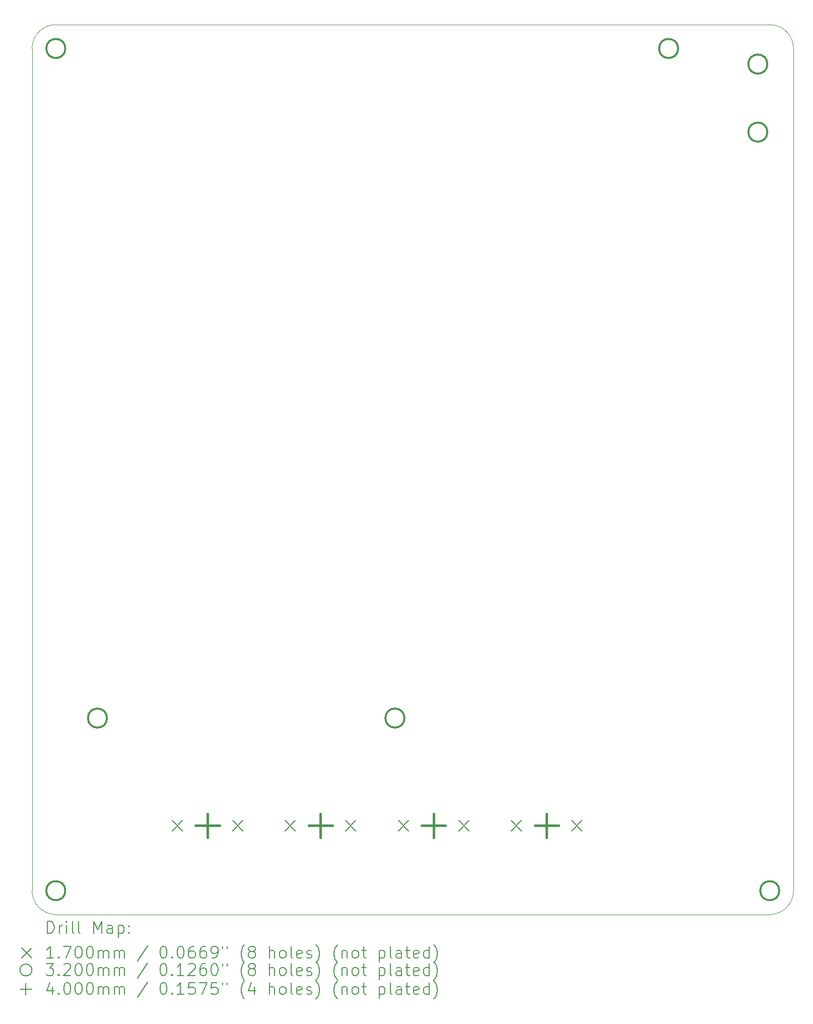
<source format=gbr>
%TF.GenerationSoftware,KiCad,Pcbnew,8.0.1-8.0.1-0~ubuntu20.04.1*%
%TF.CreationDate,2024-06-12T16:02:42+01:00*%
%TF.ProjectId,sensd,73656e73-642e-46b6-9963-61645f706362,rev?*%
%TF.SameCoordinates,Original*%
%TF.FileFunction,Drillmap*%
%TF.FilePolarity,Positive*%
%FSLAX45Y45*%
G04 Gerber Fmt 4.5, Leading zero omitted, Abs format (unit mm)*
G04 Created by KiCad (PCBNEW 8.0.1-8.0.1-0~ubuntu20.04.1) date 2024-06-12 16:02:42*
%MOMM*%
%LPD*%
G01*
G04 APERTURE LIST*
%ADD10C,0.050000*%
%ADD11C,0.200000*%
%ADD12C,0.170000*%
%ADD13C,0.320000*%
%ADD14C,0.400000*%
G04 APERTURE END LIST*
D10*
X15300000Y-4400000D02*
G75*
G02*
X15700000Y-4800000I0J-400000D01*
G01*
X15700000Y-18950000D02*
G75*
G02*
X15300000Y-19350000I-400000J0D01*
G01*
X2900000Y-4800000D02*
X2900000Y-18950000D01*
X15700000Y-18950000D02*
X15700000Y-4800000D01*
X3300000Y-19350000D02*
X15300000Y-19350000D01*
X3300000Y-19350000D02*
G75*
G02*
X2900000Y-18950000I0J400000D01*
G01*
X2900000Y-4800000D02*
G75*
G02*
X3300000Y-4400000I400000J0D01*
G01*
X15300000Y-4400000D02*
X3300000Y-4400000D01*
D11*
D12*
X5257000Y-17773000D02*
X5427000Y-17943000D01*
X5427000Y-17773000D02*
X5257000Y-17943000D01*
X6273000Y-17773000D02*
X6443000Y-17943000D01*
X6443000Y-17773000D02*
X6273000Y-17943000D01*
X7157000Y-17773000D02*
X7327000Y-17943000D01*
X7327000Y-17773000D02*
X7157000Y-17943000D01*
X8173000Y-17773000D02*
X8343000Y-17943000D01*
X8343000Y-17773000D02*
X8173000Y-17943000D01*
X9057000Y-17773000D02*
X9227000Y-17943000D01*
X9227000Y-17773000D02*
X9057000Y-17943000D01*
X10073000Y-17773000D02*
X10243000Y-17943000D01*
X10243000Y-17773000D02*
X10073000Y-17943000D01*
X10957000Y-17773000D02*
X11127000Y-17943000D01*
X11127000Y-17773000D02*
X10957000Y-17943000D01*
X11973000Y-17773000D02*
X12143000Y-17943000D01*
X12143000Y-17773000D02*
X11973000Y-17943000D01*
D13*
X3460000Y-4800000D02*
G75*
G02*
X3140000Y-4800000I-160000J0D01*
G01*
X3140000Y-4800000D02*
G75*
G02*
X3460000Y-4800000I160000J0D01*
G01*
X3460000Y-18950000D02*
G75*
G02*
X3140000Y-18950000I-160000J0D01*
G01*
X3140000Y-18950000D02*
G75*
G02*
X3460000Y-18950000I160000J0D01*
G01*
X4160000Y-16050000D02*
G75*
G02*
X3840000Y-16050000I-160000J0D01*
G01*
X3840000Y-16050000D02*
G75*
G02*
X4160000Y-16050000I160000J0D01*
G01*
X9160000Y-16050000D02*
G75*
G02*
X8840000Y-16050000I-160000J0D01*
G01*
X8840000Y-16050000D02*
G75*
G02*
X9160000Y-16050000I160000J0D01*
G01*
X13760000Y-4800000D02*
G75*
G02*
X13440000Y-4800000I-160000J0D01*
G01*
X13440000Y-4800000D02*
G75*
G02*
X13760000Y-4800000I160000J0D01*
G01*
X15260000Y-5062250D02*
G75*
G02*
X14940000Y-5062250I-160000J0D01*
G01*
X14940000Y-5062250D02*
G75*
G02*
X15260000Y-5062250I160000J0D01*
G01*
X15260000Y-6205250D02*
G75*
G02*
X14940000Y-6205250I-160000J0D01*
G01*
X14940000Y-6205250D02*
G75*
G02*
X15260000Y-6205250I160000J0D01*
G01*
X15460000Y-18950000D02*
G75*
G02*
X15140000Y-18950000I-160000J0D01*
G01*
X15140000Y-18950000D02*
G75*
G02*
X15460000Y-18950000I160000J0D01*
G01*
D14*
X5850000Y-17658000D02*
X5850000Y-18058000D01*
X5650000Y-17858000D02*
X6050000Y-17858000D01*
X7750000Y-17658000D02*
X7750000Y-18058000D01*
X7550000Y-17858000D02*
X7950000Y-17858000D01*
X9650000Y-17658000D02*
X9650000Y-18058000D01*
X9450000Y-17858000D02*
X9850000Y-17858000D01*
X11550000Y-17658000D02*
X11550000Y-18058000D01*
X11350000Y-17858000D02*
X11750000Y-17858000D01*
D11*
X3158277Y-19663984D02*
X3158277Y-19463984D01*
X3158277Y-19463984D02*
X3205896Y-19463984D01*
X3205896Y-19463984D02*
X3234467Y-19473508D01*
X3234467Y-19473508D02*
X3253515Y-19492555D01*
X3253515Y-19492555D02*
X3263039Y-19511603D01*
X3263039Y-19511603D02*
X3272562Y-19549698D01*
X3272562Y-19549698D02*
X3272562Y-19578270D01*
X3272562Y-19578270D02*
X3263039Y-19616365D01*
X3263039Y-19616365D02*
X3253515Y-19635412D01*
X3253515Y-19635412D02*
X3234467Y-19654460D01*
X3234467Y-19654460D02*
X3205896Y-19663984D01*
X3205896Y-19663984D02*
X3158277Y-19663984D01*
X3358277Y-19663984D02*
X3358277Y-19530650D01*
X3358277Y-19568746D02*
X3367801Y-19549698D01*
X3367801Y-19549698D02*
X3377324Y-19540174D01*
X3377324Y-19540174D02*
X3396372Y-19530650D01*
X3396372Y-19530650D02*
X3415420Y-19530650D01*
X3482086Y-19663984D02*
X3482086Y-19530650D01*
X3482086Y-19463984D02*
X3472562Y-19473508D01*
X3472562Y-19473508D02*
X3482086Y-19483031D01*
X3482086Y-19483031D02*
X3491610Y-19473508D01*
X3491610Y-19473508D02*
X3482086Y-19463984D01*
X3482086Y-19463984D02*
X3482086Y-19483031D01*
X3605896Y-19663984D02*
X3586848Y-19654460D01*
X3586848Y-19654460D02*
X3577324Y-19635412D01*
X3577324Y-19635412D02*
X3577324Y-19463984D01*
X3710658Y-19663984D02*
X3691610Y-19654460D01*
X3691610Y-19654460D02*
X3682086Y-19635412D01*
X3682086Y-19635412D02*
X3682086Y-19463984D01*
X3939229Y-19663984D02*
X3939229Y-19463984D01*
X3939229Y-19463984D02*
X4005896Y-19606841D01*
X4005896Y-19606841D02*
X4072562Y-19463984D01*
X4072562Y-19463984D02*
X4072562Y-19663984D01*
X4253515Y-19663984D02*
X4253515Y-19559222D01*
X4253515Y-19559222D02*
X4243991Y-19540174D01*
X4243991Y-19540174D02*
X4224944Y-19530650D01*
X4224944Y-19530650D02*
X4186848Y-19530650D01*
X4186848Y-19530650D02*
X4167801Y-19540174D01*
X4253515Y-19654460D02*
X4234467Y-19663984D01*
X4234467Y-19663984D02*
X4186848Y-19663984D01*
X4186848Y-19663984D02*
X4167801Y-19654460D01*
X4167801Y-19654460D02*
X4158277Y-19635412D01*
X4158277Y-19635412D02*
X4158277Y-19616365D01*
X4158277Y-19616365D02*
X4167801Y-19597317D01*
X4167801Y-19597317D02*
X4186848Y-19587793D01*
X4186848Y-19587793D02*
X4234467Y-19587793D01*
X4234467Y-19587793D02*
X4253515Y-19578270D01*
X4348753Y-19530650D02*
X4348753Y-19730650D01*
X4348753Y-19540174D02*
X4367801Y-19530650D01*
X4367801Y-19530650D02*
X4405896Y-19530650D01*
X4405896Y-19530650D02*
X4424944Y-19540174D01*
X4424944Y-19540174D02*
X4434467Y-19549698D01*
X4434467Y-19549698D02*
X4443991Y-19568746D01*
X4443991Y-19568746D02*
X4443991Y-19625889D01*
X4443991Y-19625889D02*
X4434467Y-19644936D01*
X4434467Y-19644936D02*
X4424944Y-19654460D01*
X4424944Y-19654460D02*
X4405896Y-19663984D01*
X4405896Y-19663984D02*
X4367801Y-19663984D01*
X4367801Y-19663984D02*
X4348753Y-19654460D01*
X4529705Y-19644936D02*
X4539229Y-19654460D01*
X4539229Y-19654460D02*
X4529705Y-19663984D01*
X4529705Y-19663984D02*
X4520182Y-19654460D01*
X4520182Y-19654460D02*
X4529705Y-19644936D01*
X4529705Y-19644936D02*
X4529705Y-19663984D01*
X4529705Y-19540174D02*
X4539229Y-19549698D01*
X4539229Y-19549698D02*
X4529705Y-19559222D01*
X4529705Y-19559222D02*
X4520182Y-19549698D01*
X4520182Y-19549698D02*
X4529705Y-19540174D01*
X4529705Y-19540174D02*
X4529705Y-19559222D01*
D12*
X2727500Y-19907500D02*
X2897500Y-20077500D01*
X2897500Y-19907500D02*
X2727500Y-20077500D01*
D11*
X3263039Y-20083984D02*
X3148753Y-20083984D01*
X3205896Y-20083984D02*
X3205896Y-19883984D01*
X3205896Y-19883984D02*
X3186848Y-19912555D01*
X3186848Y-19912555D02*
X3167801Y-19931603D01*
X3167801Y-19931603D02*
X3148753Y-19941127D01*
X3348753Y-20064936D02*
X3358277Y-20074460D01*
X3358277Y-20074460D02*
X3348753Y-20083984D01*
X3348753Y-20083984D02*
X3339229Y-20074460D01*
X3339229Y-20074460D02*
X3348753Y-20064936D01*
X3348753Y-20064936D02*
X3348753Y-20083984D01*
X3424943Y-19883984D02*
X3558277Y-19883984D01*
X3558277Y-19883984D02*
X3472562Y-20083984D01*
X3672562Y-19883984D02*
X3691610Y-19883984D01*
X3691610Y-19883984D02*
X3710658Y-19893508D01*
X3710658Y-19893508D02*
X3720182Y-19903031D01*
X3720182Y-19903031D02*
X3729705Y-19922079D01*
X3729705Y-19922079D02*
X3739229Y-19960174D01*
X3739229Y-19960174D02*
X3739229Y-20007793D01*
X3739229Y-20007793D02*
X3729705Y-20045889D01*
X3729705Y-20045889D02*
X3720182Y-20064936D01*
X3720182Y-20064936D02*
X3710658Y-20074460D01*
X3710658Y-20074460D02*
X3691610Y-20083984D01*
X3691610Y-20083984D02*
X3672562Y-20083984D01*
X3672562Y-20083984D02*
X3653515Y-20074460D01*
X3653515Y-20074460D02*
X3643991Y-20064936D01*
X3643991Y-20064936D02*
X3634467Y-20045889D01*
X3634467Y-20045889D02*
X3624943Y-20007793D01*
X3624943Y-20007793D02*
X3624943Y-19960174D01*
X3624943Y-19960174D02*
X3634467Y-19922079D01*
X3634467Y-19922079D02*
X3643991Y-19903031D01*
X3643991Y-19903031D02*
X3653515Y-19893508D01*
X3653515Y-19893508D02*
X3672562Y-19883984D01*
X3863039Y-19883984D02*
X3882086Y-19883984D01*
X3882086Y-19883984D02*
X3901134Y-19893508D01*
X3901134Y-19893508D02*
X3910658Y-19903031D01*
X3910658Y-19903031D02*
X3920182Y-19922079D01*
X3920182Y-19922079D02*
X3929705Y-19960174D01*
X3929705Y-19960174D02*
X3929705Y-20007793D01*
X3929705Y-20007793D02*
X3920182Y-20045889D01*
X3920182Y-20045889D02*
X3910658Y-20064936D01*
X3910658Y-20064936D02*
X3901134Y-20074460D01*
X3901134Y-20074460D02*
X3882086Y-20083984D01*
X3882086Y-20083984D02*
X3863039Y-20083984D01*
X3863039Y-20083984D02*
X3843991Y-20074460D01*
X3843991Y-20074460D02*
X3834467Y-20064936D01*
X3834467Y-20064936D02*
X3824943Y-20045889D01*
X3824943Y-20045889D02*
X3815420Y-20007793D01*
X3815420Y-20007793D02*
X3815420Y-19960174D01*
X3815420Y-19960174D02*
X3824943Y-19922079D01*
X3824943Y-19922079D02*
X3834467Y-19903031D01*
X3834467Y-19903031D02*
X3843991Y-19893508D01*
X3843991Y-19893508D02*
X3863039Y-19883984D01*
X4015420Y-20083984D02*
X4015420Y-19950650D01*
X4015420Y-19969698D02*
X4024943Y-19960174D01*
X4024943Y-19960174D02*
X4043991Y-19950650D01*
X4043991Y-19950650D02*
X4072563Y-19950650D01*
X4072563Y-19950650D02*
X4091610Y-19960174D01*
X4091610Y-19960174D02*
X4101134Y-19979222D01*
X4101134Y-19979222D02*
X4101134Y-20083984D01*
X4101134Y-19979222D02*
X4110658Y-19960174D01*
X4110658Y-19960174D02*
X4129705Y-19950650D01*
X4129705Y-19950650D02*
X4158277Y-19950650D01*
X4158277Y-19950650D02*
X4177324Y-19960174D01*
X4177324Y-19960174D02*
X4186848Y-19979222D01*
X4186848Y-19979222D02*
X4186848Y-20083984D01*
X4282086Y-20083984D02*
X4282086Y-19950650D01*
X4282086Y-19969698D02*
X4291610Y-19960174D01*
X4291610Y-19960174D02*
X4310658Y-19950650D01*
X4310658Y-19950650D02*
X4339229Y-19950650D01*
X4339229Y-19950650D02*
X4358277Y-19960174D01*
X4358277Y-19960174D02*
X4367801Y-19979222D01*
X4367801Y-19979222D02*
X4367801Y-20083984D01*
X4367801Y-19979222D02*
X4377325Y-19960174D01*
X4377325Y-19960174D02*
X4396372Y-19950650D01*
X4396372Y-19950650D02*
X4424944Y-19950650D01*
X4424944Y-19950650D02*
X4443991Y-19960174D01*
X4443991Y-19960174D02*
X4453515Y-19979222D01*
X4453515Y-19979222D02*
X4453515Y-20083984D01*
X4843991Y-19874460D02*
X4672563Y-20131603D01*
X5101134Y-19883984D02*
X5120182Y-19883984D01*
X5120182Y-19883984D02*
X5139229Y-19893508D01*
X5139229Y-19893508D02*
X5148753Y-19903031D01*
X5148753Y-19903031D02*
X5158277Y-19922079D01*
X5158277Y-19922079D02*
X5167801Y-19960174D01*
X5167801Y-19960174D02*
X5167801Y-20007793D01*
X5167801Y-20007793D02*
X5158277Y-20045889D01*
X5158277Y-20045889D02*
X5148753Y-20064936D01*
X5148753Y-20064936D02*
X5139229Y-20074460D01*
X5139229Y-20074460D02*
X5120182Y-20083984D01*
X5120182Y-20083984D02*
X5101134Y-20083984D01*
X5101134Y-20083984D02*
X5082087Y-20074460D01*
X5082087Y-20074460D02*
X5072563Y-20064936D01*
X5072563Y-20064936D02*
X5063039Y-20045889D01*
X5063039Y-20045889D02*
X5053515Y-20007793D01*
X5053515Y-20007793D02*
X5053515Y-19960174D01*
X5053515Y-19960174D02*
X5063039Y-19922079D01*
X5063039Y-19922079D02*
X5072563Y-19903031D01*
X5072563Y-19903031D02*
X5082087Y-19893508D01*
X5082087Y-19893508D02*
X5101134Y-19883984D01*
X5253515Y-20064936D02*
X5263039Y-20074460D01*
X5263039Y-20074460D02*
X5253515Y-20083984D01*
X5253515Y-20083984D02*
X5243991Y-20074460D01*
X5243991Y-20074460D02*
X5253515Y-20064936D01*
X5253515Y-20064936D02*
X5253515Y-20083984D01*
X5386848Y-19883984D02*
X5405896Y-19883984D01*
X5405896Y-19883984D02*
X5424944Y-19893508D01*
X5424944Y-19893508D02*
X5434468Y-19903031D01*
X5434468Y-19903031D02*
X5443991Y-19922079D01*
X5443991Y-19922079D02*
X5453515Y-19960174D01*
X5453515Y-19960174D02*
X5453515Y-20007793D01*
X5453515Y-20007793D02*
X5443991Y-20045889D01*
X5443991Y-20045889D02*
X5434468Y-20064936D01*
X5434468Y-20064936D02*
X5424944Y-20074460D01*
X5424944Y-20074460D02*
X5405896Y-20083984D01*
X5405896Y-20083984D02*
X5386848Y-20083984D01*
X5386848Y-20083984D02*
X5367801Y-20074460D01*
X5367801Y-20074460D02*
X5358277Y-20064936D01*
X5358277Y-20064936D02*
X5348753Y-20045889D01*
X5348753Y-20045889D02*
X5339229Y-20007793D01*
X5339229Y-20007793D02*
X5339229Y-19960174D01*
X5339229Y-19960174D02*
X5348753Y-19922079D01*
X5348753Y-19922079D02*
X5358277Y-19903031D01*
X5358277Y-19903031D02*
X5367801Y-19893508D01*
X5367801Y-19893508D02*
X5386848Y-19883984D01*
X5624944Y-19883984D02*
X5586848Y-19883984D01*
X5586848Y-19883984D02*
X5567801Y-19893508D01*
X5567801Y-19893508D02*
X5558277Y-19903031D01*
X5558277Y-19903031D02*
X5539229Y-19931603D01*
X5539229Y-19931603D02*
X5529706Y-19969698D01*
X5529706Y-19969698D02*
X5529706Y-20045889D01*
X5529706Y-20045889D02*
X5539229Y-20064936D01*
X5539229Y-20064936D02*
X5548753Y-20074460D01*
X5548753Y-20074460D02*
X5567801Y-20083984D01*
X5567801Y-20083984D02*
X5605896Y-20083984D01*
X5605896Y-20083984D02*
X5624944Y-20074460D01*
X5624944Y-20074460D02*
X5634467Y-20064936D01*
X5634467Y-20064936D02*
X5643991Y-20045889D01*
X5643991Y-20045889D02*
X5643991Y-19998270D01*
X5643991Y-19998270D02*
X5634467Y-19979222D01*
X5634467Y-19979222D02*
X5624944Y-19969698D01*
X5624944Y-19969698D02*
X5605896Y-19960174D01*
X5605896Y-19960174D02*
X5567801Y-19960174D01*
X5567801Y-19960174D02*
X5548753Y-19969698D01*
X5548753Y-19969698D02*
X5539229Y-19979222D01*
X5539229Y-19979222D02*
X5529706Y-19998270D01*
X5815420Y-19883984D02*
X5777325Y-19883984D01*
X5777325Y-19883984D02*
X5758277Y-19893508D01*
X5758277Y-19893508D02*
X5748753Y-19903031D01*
X5748753Y-19903031D02*
X5729706Y-19931603D01*
X5729706Y-19931603D02*
X5720182Y-19969698D01*
X5720182Y-19969698D02*
X5720182Y-20045889D01*
X5720182Y-20045889D02*
X5729706Y-20064936D01*
X5729706Y-20064936D02*
X5739229Y-20074460D01*
X5739229Y-20074460D02*
X5758277Y-20083984D01*
X5758277Y-20083984D02*
X5796372Y-20083984D01*
X5796372Y-20083984D02*
X5815420Y-20074460D01*
X5815420Y-20074460D02*
X5824944Y-20064936D01*
X5824944Y-20064936D02*
X5834467Y-20045889D01*
X5834467Y-20045889D02*
X5834467Y-19998270D01*
X5834467Y-19998270D02*
X5824944Y-19979222D01*
X5824944Y-19979222D02*
X5815420Y-19969698D01*
X5815420Y-19969698D02*
X5796372Y-19960174D01*
X5796372Y-19960174D02*
X5758277Y-19960174D01*
X5758277Y-19960174D02*
X5739229Y-19969698D01*
X5739229Y-19969698D02*
X5729706Y-19979222D01*
X5729706Y-19979222D02*
X5720182Y-19998270D01*
X5929706Y-20083984D02*
X5967801Y-20083984D01*
X5967801Y-20083984D02*
X5986848Y-20074460D01*
X5986848Y-20074460D02*
X5996372Y-20064936D01*
X5996372Y-20064936D02*
X6015420Y-20036365D01*
X6015420Y-20036365D02*
X6024944Y-19998270D01*
X6024944Y-19998270D02*
X6024944Y-19922079D01*
X6024944Y-19922079D02*
X6015420Y-19903031D01*
X6015420Y-19903031D02*
X6005896Y-19893508D01*
X6005896Y-19893508D02*
X5986848Y-19883984D01*
X5986848Y-19883984D02*
X5948753Y-19883984D01*
X5948753Y-19883984D02*
X5929706Y-19893508D01*
X5929706Y-19893508D02*
X5920182Y-19903031D01*
X5920182Y-19903031D02*
X5910658Y-19922079D01*
X5910658Y-19922079D02*
X5910658Y-19969698D01*
X5910658Y-19969698D02*
X5920182Y-19988746D01*
X5920182Y-19988746D02*
X5929706Y-19998270D01*
X5929706Y-19998270D02*
X5948753Y-20007793D01*
X5948753Y-20007793D02*
X5986848Y-20007793D01*
X5986848Y-20007793D02*
X6005896Y-19998270D01*
X6005896Y-19998270D02*
X6015420Y-19988746D01*
X6015420Y-19988746D02*
X6024944Y-19969698D01*
X6101134Y-19883984D02*
X6101134Y-19922079D01*
X6177325Y-19883984D02*
X6177325Y-19922079D01*
X6472563Y-20160174D02*
X6463039Y-20150650D01*
X6463039Y-20150650D02*
X6443991Y-20122079D01*
X6443991Y-20122079D02*
X6434468Y-20103031D01*
X6434468Y-20103031D02*
X6424944Y-20074460D01*
X6424944Y-20074460D02*
X6415420Y-20026841D01*
X6415420Y-20026841D02*
X6415420Y-19988746D01*
X6415420Y-19988746D02*
X6424944Y-19941127D01*
X6424944Y-19941127D02*
X6434468Y-19912555D01*
X6434468Y-19912555D02*
X6443991Y-19893508D01*
X6443991Y-19893508D02*
X6463039Y-19864936D01*
X6463039Y-19864936D02*
X6472563Y-19855412D01*
X6577325Y-19969698D02*
X6558277Y-19960174D01*
X6558277Y-19960174D02*
X6548753Y-19950650D01*
X6548753Y-19950650D02*
X6539229Y-19931603D01*
X6539229Y-19931603D02*
X6539229Y-19922079D01*
X6539229Y-19922079D02*
X6548753Y-19903031D01*
X6548753Y-19903031D02*
X6558277Y-19893508D01*
X6558277Y-19893508D02*
X6577325Y-19883984D01*
X6577325Y-19883984D02*
X6615420Y-19883984D01*
X6615420Y-19883984D02*
X6634468Y-19893508D01*
X6634468Y-19893508D02*
X6643991Y-19903031D01*
X6643991Y-19903031D02*
X6653515Y-19922079D01*
X6653515Y-19922079D02*
X6653515Y-19931603D01*
X6653515Y-19931603D02*
X6643991Y-19950650D01*
X6643991Y-19950650D02*
X6634468Y-19960174D01*
X6634468Y-19960174D02*
X6615420Y-19969698D01*
X6615420Y-19969698D02*
X6577325Y-19969698D01*
X6577325Y-19969698D02*
X6558277Y-19979222D01*
X6558277Y-19979222D02*
X6548753Y-19988746D01*
X6548753Y-19988746D02*
X6539229Y-20007793D01*
X6539229Y-20007793D02*
X6539229Y-20045889D01*
X6539229Y-20045889D02*
X6548753Y-20064936D01*
X6548753Y-20064936D02*
X6558277Y-20074460D01*
X6558277Y-20074460D02*
X6577325Y-20083984D01*
X6577325Y-20083984D02*
X6615420Y-20083984D01*
X6615420Y-20083984D02*
X6634468Y-20074460D01*
X6634468Y-20074460D02*
X6643991Y-20064936D01*
X6643991Y-20064936D02*
X6653515Y-20045889D01*
X6653515Y-20045889D02*
X6653515Y-20007793D01*
X6653515Y-20007793D02*
X6643991Y-19988746D01*
X6643991Y-19988746D02*
X6634468Y-19979222D01*
X6634468Y-19979222D02*
X6615420Y-19969698D01*
X6891610Y-20083984D02*
X6891610Y-19883984D01*
X6977325Y-20083984D02*
X6977325Y-19979222D01*
X6977325Y-19979222D02*
X6967801Y-19960174D01*
X6967801Y-19960174D02*
X6948753Y-19950650D01*
X6948753Y-19950650D02*
X6920182Y-19950650D01*
X6920182Y-19950650D02*
X6901134Y-19960174D01*
X6901134Y-19960174D02*
X6891610Y-19969698D01*
X7101134Y-20083984D02*
X7082087Y-20074460D01*
X7082087Y-20074460D02*
X7072563Y-20064936D01*
X7072563Y-20064936D02*
X7063039Y-20045889D01*
X7063039Y-20045889D02*
X7063039Y-19988746D01*
X7063039Y-19988746D02*
X7072563Y-19969698D01*
X7072563Y-19969698D02*
X7082087Y-19960174D01*
X7082087Y-19960174D02*
X7101134Y-19950650D01*
X7101134Y-19950650D02*
X7129706Y-19950650D01*
X7129706Y-19950650D02*
X7148753Y-19960174D01*
X7148753Y-19960174D02*
X7158277Y-19969698D01*
X7158277Y-19969698D02*
X7167801Y-19988746D01*
X7167801Y-19988746D02*
X7167801Y-20045889D01*
X7167801Y-20045889D02*
X7158277Y-20064936D01*
X7158277Y-20064936D02*
X7148753Y-20074460D01*
X7148753Y-20074460D02*
X7129706Y-20083984D01*
X7129706Y-20083984D02*
X7101134Y-20083984D01*
X7282087Y-20083984D02*
X7263039Y-20074460D01*
X7263039Y-20074460D02*
X7253515Y-20055412D01*
X7253515Y-20055412D02*
X7253515Y-19883984D01*
X7434468Y-20074460D02*
X7415420Y-20083984D01*
X7415420Y-20083984D02*
X7377325Y-20083984D01*
X7377325Y-20083984D02*
X7358277Y-20074460D01*
X7358277Y-20074460D02*
X7348753Y-20055412D01*
X7348753Y-20055412D02*
X7348753Y-19979222D01*
X7348753Y-19979222D02*
X7358277Y-19960174D01*
X7358277Y-19960174D02*
X7377325Y-19950650D01*
X7377325Y-19950650D02*
X7415420Y-19950650D01*
X7415420Y-19950650D02*
X7434468Y-19960174D01*
X7434468Y-19960174D02*
X7443991Y-19979222D01*
X7443991Y-19979222D02*
X7443991Y-19998270D01*
X7443991Y-19998270D02*
X7348753Y-20017317D01*
X7520182Y-20074460D02*
X7539230Y-20083984D01*
X7539230Y-20083984D02*
X7577325Y-20083984D01*
X7577325Y-20083984D02*
X7596372Y-20074460D01*
X7596372Y-20074460D02*
X7605896Y-20055412D01*
X7605896Y-20055412D02*
X7605896Y-20045889D01*
X7605896Y-20045889D02*
X7596372Y-20026841D01*
X7596372Y-20026841D02*
X7577325Y-20017317D01*
X7577325Y-20017317D02*
X7548753Y-20017317D01*
X7548753Y-20017317D02*
X7529706Y-20007793D01*
X7529706Y-20007793D02*
X7520182Y-19988746D01*
X7520182Y-19988746D02*
X7520182Y-19979222D01*
X7520182Y-19979222D02*
X7529706Y-19960174D01*
X7529706Y-19960174D02*
X7548753Y-19950650D01*
X7548753Y-19950650D02*
X7577325Y-19950650D01*
X7577325Y-19950650D02*
X7596372Y-19960174D01*
X7672563Y-20160174D02*
X7682087Y-20150650D01*
X7682087Y-20150650D02*
X7701134Y-20122079D01*
X7701134Y-20122079D02*
X7710658Y-20103031D01*
X7710658Y-20103031D02*
X7720182Y-20074460D01*
X7720182Y-20074460D02*
X7729706Y-20026841D01*
X7729706Y-20026841D02*
X7729706Y-19988746D01*
X7729706Y-19988746D02*
X7720182Y-19941127D01*
X7720182Y-19941127D02*
X7710658Y-19912555D01*
X7710658Y-19912555D02*
X7701134Y-19893508D01*
X7701134Y-19893508D02*
X7682087Y-19864936D01*
X7682087Y-19864936D02*
X7672563Y-19855412D01*
X8034468Y-20160174D02*
X8024944Y-20150650D01*
X8024944Y-20150650D02*
X8005896Y-20122079D01*
X8005896Y-20122079D02*
X7996372Y-20103031D01*
X7996372Y-20103031D02*
X7986849Y-20074460D01*
X7986849Y-20074460D02*
X7977325Y-20026841D01*
X7977325Y-20026841D02*
X7977325Y-19988746D01*
X7977325Y-19988746D02*
X7986849Y-19941127D01*
X7986849Y-19941127D02*
X7996372Y-19912555D01*
X7996372Y-19912555D02*
X8005896Y-19893508D01*
X8005896Y-19893508D02*
X8024944Y-19864936D01*
X8024944Y-19864936D02*
X8034468Y-19855412D01*
X8110658Y-19950650D02*
X8110658Y-20083984D01*
X8110658Y-19969698D02*
X8120182Y-19960174D01*
X8120182Y-19960174D02*
X8139230Y-19950650D01*
X8139230Y-19950650D02*
X8167801Y-19950650D01*
X8167801Y-19950650D02*
X8186849Y-19960174D01*
X8186849Y-19960174D02*
X8196372Y-19979222D01*
X8196372Y-19979222D02*
X8196372Y-20083984D01*
X8320182Y-20083984D02*
X8301134Y-20074460D01*
X8301134Y-20074460D02*
X8291611Y-20064936D01*
X8291611Y-20064936D02*
X8282087Y-20045889D01*
X8282087Y-20045889D02*
X8282087Y-19988746D01*
X8282087Y-19988746D02*
X8291611Y-19969698D01*
X8291611Y-19969698D02*
X8301134Y-19960174D01*
X8301134Y-19960174D02*
X8320182Y-19950650D01*
X8320182Y-19950650D02*
X8348753Y-19950650D01*
X8348753Y-19950650D02*
X8367801Y-19960174D01*
X8367801Y-19960174D02*
X8377325Y-19969698D01*
X8377325Y-19969698D02*
X8386849Y-19988746D01*
X8386849Y-19988746D02*
X8386849Y-20045889D01*
X8386849Y-20045889D02*
X8377325Y-20064936D01*
X8377325Y-20064936D02*
X8367801Y-20074460D01*
X8367801Y-20074460D02*
X8348753Y-20083984D01*
X8348753Y-20083984D02*
X8320182Y-20083984D01*
X8443992Y-19950650D02*
X8520182Y-19950650D01*
X8472563Y-19883984D02*
X8472563Y-20055412D01*
X8472563Y-20055412D02*
X8482087Y-20074460D01*
X8482087Y-20074460D02*
X8501134Y-20083984D01*
X8501134Y-20083984D02*
X8520182Y-20083984D01*
X8739230Y-19950650D02*
X8739230Y-20150650D01*
X8739230Y-19960174D02*
X8758277Y-19950650D01*
X8758277Y-19950650D02*
X8796373Y-19950650D01*
X8796373Y-19950650D02*
X8815420Y-19960174D01*
X8815420Y-19960174D02*
X8824944Y-19969698D01*
X8824944Y-19969698D02*
X8834468Y-19988746D01*
X8834468Y-19988746D02*
X8834468Y-20045889D01*
X8834468Y-20045889D02*
X8824944Y-20064936D01*
X8824944Y-20064936D02*
X8815420Y-20074460D01*
X8815420Y-20074460D02*
X8796373Y-20083984D01*
X8796373Y-20083984D02*
X8758277Y-20083984D01*
X8758277Y-20083984D02*
X8739230Y-20074460D01*
X8948754Y-20083984D02*
X8929706Y-20074460D01*
X8929706Y-20074460D02*
X8920182Y-20055412D01*
X8920182Y-20055412D02*
X8920182Y-19883984D01*
X9110658Y-20083984D02*
X9110658Y-19979222D01*
X9110658Y-19979222D02*
X9101135Y-19960174D01*
X9101135Y-19960174D02*
X9082087Y-19950650D01*
X9082087Y-19950650D02*
X9043992Y-19950650D01*
X9043992Y-19950650D02*
X9024944Y-19960174D01*
X9110658Y-20074460D02*
X9091611Y-20083984D01*
X9091611Y-20083984D02*
X9043992Y-20083984D01*
X9043992Y-20083984D02*
X9024944Y-20074460D01*
X9024944Y-20074460D02*
X9015420Y-20055412D01*
X9015420Y-20055412D02*
X9015420Y-20036365D01*
X9015420Y-20036365D02*
X9024944Y-20017317D01*
X9024944Y-20017317D02*
X9043992Y-20007793D01*
X9043992Y-20007793D02*
X9091611Y-20007793D01*
X9091611Y-20007793D02*
X9110658Y-19998270D01*
X9177325Y-19950650D02*
X9253515Y-19950650D01*
X9205896Y-19883984D02*
X9205896Y-20055412D01*
X9205896Y-20055412D02*
X9215420Y-20074460D01*
X9215420Y-20074460D02*
X9234468Y-20083984D01*
X9234468Y-20083984D02*
X9253515Y-20083984D01*
X9396373Y-20074460D02*
X9377325Y-20083984D01*
X9377325Y-20083984D02*
X9339230Y-20083984D01*
X9339230Y-20083984D02*
X9320182Y-20074460D01*
X9320182Y-20074460D02*
X9310658Y-20055412D01*
X9310658Y-20055412D02*
X9310658Y-19979222D01*
X9310658Y-19979222D02*
X9320182Y-19960174D01*
X9320182Y-19960174D02*
X9339230Y-19950650D01*
X9339230Y-19950650D02*
X9377325Y-19950650D01*
X9377325Y-19950650D02*
X9396373Y-19960174D01*
X9396373Y-19960174D02*
X9405896Y-19979222D01*
X9405896Y-19979222D02*
X9405896Y-19998270D01*
X9405896Y-19998270D02*
X9310658Y-20017317D01*
X9577325Y-20083984D02*
X9577325Y-19883984D01*
X9577325Y-20074460D02*
X9558277Y-20083984D01*
X9558277Y-20083984D02*
X9520182Y-20083984D01*
X9520182Y-20083984D02*
X9501135Y-20074460D01*
X9501135Y-20074460D02*
X9491611Y-20064936D01*
X9491611Y-20064936D02*
X9482087Y-20045889D01*
X9482087Y-20045889D02*
X9482087Y-19988746D01*
X9482087Y-19988746D02*
X9491611Y-19969698D01*
X9491611Y-19969698D02*
X9501135Y-19960174D01*
X9501135Y-19960174D02*
X9520182Y-19950650D01*
X9520182Y-19950650D02*
X9558277Y-19950650D01*
X9558277Y-19950650D02*
X9577325Y-19960174D01*
X9653516Y-20160174D02*
X9663039Y-20150650D01*
X9663039Y-20150650D02*
X9682087Y-20122079D01*
X9682087Y-20122079D02*
X9691611Y-20103031D01*
X9691611Y-20103031D02*
X9701135Y-20074460D01*
X9701135Y-20074460D02*
X9710658Y-20026841D01*
X9710658Y-20026841D02*
X9710658Y-19988746D01*
X9710658Y-19988746D02*
X9701135Y-19941127D01*
X9701135Y-19941127D02*
X9691611Y-19912555D01*
X9691611Y-19912555D02*
X9682087Y-19893508D01*
X9682087Y-19893508D02*
X9663039Y-19864936D01*
X9663039Y-19864936D02*
X9653516Y-19855412D01*
X2897500Y-20282500D02*
G75*
G02*
X2697500Y-20282500I-100000J0D01*
G01*
X2697500Y-20282500D02*
G75*
G02*
X2897500Y-20282500I100000J0D01*
G01*
X3139229Y-20173984D02*
X3263039Y-20173984D01*
X3263039Y-20173984D02*
X3196372Y-20250174D01*
X3196372Y-20250174D02*
X3224943Y-20250174D01*
X3224943Y-20250174D02*
X3243991Y-20259698D01*
X3243991Y-20259698D02*
X3253515Y-20269222D01*
X3253515Y-20269222D02*
X3263039Y-20288270D01*
X3263039Y-20288270D02*
X3263039Y-20335889D01*
X3263039Y-20335889D02*
X3253515Y-20354936D01*
X3253515Y-20354936D02*
X3243991Y-20364460D01*
X3243991Y-20364460D02*
X3224943Y-20373984D01*
X3224943Y-20373984D02*
X3167801Y-20373984D01*
X3167801Y-20373984D02*
X3148753Y-20364460D01*
X3148753Y-20364460D02*
X3139229Y-20354936D01*
X3348753Y-20354936D02*
X3358277Y-20364460D01*
X3358277Y-20364460D02*
X3348753Y-20373984D01*
X3348753Y-20373984D02*
X3339229Y-20364460D01*
X3339229Y-20364460D02*
X3348753Y-20354936D01*
X3348753Y-20354936D02*
X3348753Y-20373984D01*
X3434467Y-20193031D02*
X3443991Y-20183508D01*
X3443991Y-20183508D02*
X3463039Y-20173984D01*
X3463039Y-20173984D02*
X3510658Y-20173984D01*
X3510658Y-20173984D02*
X3529705Y-20183508D01*
X3529705Y-20183508D02*
X3539229Y-20193031D01*
X3539229Y-20193031D02*
X3548753Y-20212079D01*
X3548753Y-20212079D02*
X3548753Y-20231127D01*
X3548753Y-20231127D02*
X3539229Y-20259698D01*
X3539229Y-20259698D02*
X3424943Y-20373984D01*
X3424943Y-20373984D02*
X3548753Y-20373984D01*
X3672562Y-20173984D02*
X3691610Y-20173984D01*
X3691610Y-20173984D02*
X3710658Y-20183508D01*
X3710658Y-20183508D02*
X3720182Y-20193031D01*
X3720182Y-20193031D02*
X3729705Y-20212079D01*
X3729705Y-20212079D02*
X3739229Y-20250174D01*
X3739229Y-20250174D02*
X3739229Y-20297793D01*
X3739229Y-20297793D02*
X3729705Y-20335889D01*
X3729705Y-20335889D02*
X3720182Y-20354936D01*
X3720182Y-20354936D02*
X3710658Y-20364460D01*
X3710658Y-20364460D02*
X3691610Y-20373984D01*
X3691610Y-20373984D02*
X3672562Y-20373984D01*
X3672562Y-20373984D02*
X3653515Y-20364460D01*
X3653515Y-20364460D02*
X3643991Y-20354936D01*
X3643991Y-20354936D02*
X3634467Y-20335889D01*
X3634467Y-20335889D02*
X3624943Y-20297793D01*
X3624943Y-20297793D02*
X3624943Y-20250174D01*
X3624943Y-20250174D02*
X3634467Y-20212079D01*
X3634467Y-20212079D02*
X3643991Y-20193031D01*
X3643991Y-20193031D02*
X3653515Y-20183508D01*
X3653515Y-20183508D02*
X3672562Y-20173984D01*
X3863039Y-20173984D02*
X3882086Y-20173984D01*
X3882086Y-20173984D02*
X3901134Y-20183508D01*
X3901134Y-20183508D02*
X3910658Y-20193031D01*
X3910658Y-20193031D02*
X3920182Y-20212079D01*
X3920182Y-20212079D02*
X3929705Y-20250174D01*
X3929705Y-20250174D02*
X3929705Y-20297793D01*
X3929705Y-20297793D02*
X3920182Y-20335889D01*
X3920182Y-20335889D02*
X3910658Y-20354936D01*
X3910658Y-20354936D02*
X3901134Y-20364460D01*
X3901134Y-20364460D02*
X3882086Y-20373984D01*
X3882086Y-20373984D02*
X3863039Y-20373984D01*
X3863039Y-20373984D02*
X3843991Y-20364460D01*
X3843991Y-20364460D02*
X3834467Y-20354936D01*
X3834467Y-20354936D02*
X3824943Y-20335889D01*
X3824943Y-20335889D02*
X3815420Y-20297793D01*
X3815420Y-20297793D02*
X3815420Y-20250174D01*
X3815420Y-20250174D02*
X3824943Y-20212079D01*
X3824943Y-20212079D02*
X3834467Y-20193031D01*
X3834467Y-20193031D02*
X3843991Y-20183508D01*
X3843991Y-20183508D02*
X3863039Y-20173984D01*
X4015420Y-20373984D02*
X4015420Y-20240650D01*
X4015420Y-20259698D02*
X4024943Y-20250174D01*
X4024943Y-20250174D02*
X4043991Y-20240650D01*
X4043991Y-20240650D02*
X4072563Y-20240650D01*
X4072563Y-20240650D02*
X4091610Y-20250174D01*
X4091610Y-20250174D02*
X4101134Y-20269222D01*
X4101134Y-20269222D02*
X4101134Y-20373984D01*
X4101134Y-20269222D02*
X4110658Y-20250174D01*
X4110658Y-20250174D02*
X4129705Y-20240650D01*
X4129705Y-20240650D02*
X4158277Y-20240650D01*
X4158277Y-20240650D02*
X4177324Y-20250174D01*
X4177324Y-20250174D02*
X4186848Y-20269222D01*
X4186848Y-20269222D02*
X4186848Y-20373984D01*
X4282086Y-20373984D02*
X4282086Y-20240650D01*
X4282086Y-20259698D02*
X4291610Y-20250174D01*
X4291610Y-20250174D02*
X4310658Y-20240650D01*
X4310658Y-20240650D02*
X4339229Y-20240650D01*
X4339229Y-20240650D02*
X4358277Y-20250174D01*
X4358277Y-20250174D02*
X4367801Y-20269222D01*
X4367801Y-20269222D02*
X4367801Y-20373984D01*
X4367801Y-20269222D02*
X4377325Y-20250174D01*
X4377325Y-20250174D02*
X4396372Y-20240650D01*
X4396372Y-20240650D02*
X4424944Y-20240650D01*
X4424944Y-20240650D02*
X4443991Y-20250174D01*
X4443991Y-20250174D02*
X4453515Y-20269222D01*
X4453515Y-20269222D02*
X4453515Y-20373984D01*
X4843991Y-20164460D02*
X4672563Y-20421603D01*
X5101134Y-20173984D02*
X5120182Y-20173984D01*
X5120182Y-20173984D02*
X5139229Y-20183508D01*
X5139229Y-20183508D02*
X5148753Y-20193031D01*
X5148753Y-20193031D02*
X5158277Y-20212079D01*
X5158277Y-20212079D02*
X5167801Y-20250174D01*
X5167801Y-20250174D02*
X5167801Y-20297793D01*
X5167801Y-20297793D02*
X5158277Y-20335889D01*
X5158277Y-20335889D02*
X5148753Y-20354936D01*
X5148753Y-20354936D02*
X5139229Y-20364460D01*
X5139229Y-20364460D02*
X5120182Y-20373984D01*
X5120182Y-20373984D02*
X5101134Y-20373984D01*
X5101134Y-20373984D02*
X5082087Y-20364460D01*
X5082087Y-20364460D02*
X5072563Y-20354936D01*
X5072563Y-20354936D02*
X5063039Y-20335889D01*
X5063039Y-20335889D02*
X5053515Y-20297793D01*
X5053515Y-20297793D02*
X5053515Y-20250174D01*
X5053515Y-20250174D02*
X5063039Y-20212079D01*
X5063039Y-20212079D02*
X5072563Y-20193031D01*
X5072563Y-20193031D02*
X5082087Y-20183508D01*
X5082087Y-20183508D02*
X5101134Y-20173984D01*
X5253515Y-20354936D02*
X5263039Y-20364460D01*
X5263039Y-20364460D02*
X5253515Y-20373984D01*
X5253515Y-20373984D02*
X5243991Y-20364460D01*
X5243991Y-20364460D02*
X5253515Y-20354936D01*
X5253515Y-20354936D02*
X5253515Y-20373984D01*
X5453515Y-20373984D02*
X5339229Y-20373984D01*
X5396372Y-20373984D02*
X5396372Y-20173984D01*
X5396372Y-20173984D02*
X5377325Y-20202555D01*
X5377325Y-20202555D02*
X5358277Y-20221603D01*
X5358277Y-20221603D02*
X5339229Y-20231127D01*
X5529706Y-20193031D02*
X5539229Y-20183508D01*
X5539229Y-20183508D02*
X5558277Y-20173984D01*
X5558277Y-20173984D02*
X5605896Y-20173984D01*
X5605896Y-20173984D02*
X5624944Y-20183508D01*
X5624944Y-20183508D02*
X5634467Y-20193031D01*
X5634467Y-20193031D02*
X5643991Y-20212079D01*
X5643991Y-20212079D02*
X5643991Y-20231127D01*
X5643991Y-20231127D02*
X5634467Y-20259698D01*
X5634467Y-20259698D02*
X5520182Y-20373984D01*
X5520182Y-20373984D02*
X5643991Y-20373984D01*
X5815420Y-20173984D02*
X5777325Y-20173984D01*
X5777325Y-20173984D02*
X5758277Y-20183508D01*
X5758277Y-20183508D02*
X5748753Y-20193031D01*
X5748753Y-20193031D02*
X5729706Y-20221603D01*
X5729706Y-20221603D02*
X5720182Y-20259698D01*
X5720182Y-20259698D02*
X5720182Y-20335889D01*
X5720182Y-20335889D02*
X5729706Y-20354936D01*
X5729706Y-20354936D02*
X5739229Y-20364460D01*
X5739229Y-20364460D02*
X5758277Y-20373984D01*
X5758277Y-20373984D02*
X5796372Y-20373984D01*
X5796372Y-20373984D02*
X5815420Y-20364460D01*
X5815420Y-20364460D02*
X5824944Y-20354936D01*
X5824944Y-20354936D02*
X5834467Y-20335889D01*
X5834467Y-20335889D02*
X5834467Y-20288270D01*
X5834467Y-20288270D02*
X5824944Y-20269222D01*
X5824944Y-20269222D02*
X5815420Y-20259698D01*
X5815420Y-20259698D02*
X5796372Y-20250174D01*
X5796372Y-20250174D02*
X5758277Y-20250174D01*
X5758277Y-20250174D02*
X5739229Y-20259698D01*
X5739229Y-20259698D02*
X5729706Y-20269222D01*
X5729706Y-20269222D02*
X5720182Y-20288270D01*
X5958277Y-20173984D02*
X5977325Y-20173984D01*
X5977325Y-20173984D02*
X5996372Y-20183508D01*
X5996372Y-20183508D02*
X6005896Y-20193031D01*
X6005896Y-20193031D02*
X6015420Y-20212079D01*
X6015420Y-20212079D02*
X6024944Y-20250174D01*
X6024944Y-20250174D02*
X6024944Y-20297793D01*
X6024944Y-20297793D02*
X6015420Y-20335889D01*
X6015420Y-20335889D02*
X6005896Y-20354936D01*
X6005896Y-20354936D02*
X5996372Y-20364460D01*
X5996372Y-20364460D02*
X5977325Y-20373984D01*
X5977325Y-20373984D02*
X5958277Y-20373984D01*
X5958277Y-20373984D02*
X5939229Y-20364460D01*
X5939229Y-20364460D02*
X5929706Y-20354936D01*
X5929706Y-20354936D02*
X5920182Y-20335889D01*
X5920182Y-20335889D02*
X5910658Y-20297793D01*
X5910658Y-20297793D02*
X5910658Y-20250174D01*
X5910658Y-20250174D02*
X5920182Y-20212079D01*
X5920182Y-20212079D02*
X5929706Y-20193031D01*
X5929706Y-20193031D02*
X5939229Y-20183508D01*
X5939229Y-20183508D02*
X5958277Y-20173984D01*
X6101134Y-20173984D02*
X6101134Y-20212079D01*
X6177325Y-20173984D02*
X6177325Y-20212079D01*
X6472563Y-20450174D02*
X6463039Y-20440650D01*
X6463039Y-20440650D02*
X6443991Y-20412079D01*
X6443991Y-20412079D02*
X6434468Y-20393031D01*
X6434468Y-20393031D02*
X6424944Y-20364460D01*
X6424944Y-20364460D02*
X6415420Y-20316841D01*
X6415420Y-20316841D02*
X6415420Y-20278746D01*
X6415420Y-20278746D02*
X6424944Y-20231127D01*
X6424944Y-20231127D02*
X6434468Y-20202555D01*
X6434468Y-20202555D02*
X6443991Y-20183508D01*
X6443991Y-20183508D02*
X6463039Y-20154936D01*
X6463039Y-20154936D02*
X6472563Y-20145412D01*
X6577325Y-20259698D02*
X6558277Y-20250174D01*
X6558277Y-20250174D02*
X6548753Y-20240650D01*
X6548753Y-20240650D02*
X6539229Y-20221603D01*
X6539229Y-20221603D02*
X6539229Y-20212079D01*
X6539229Y-20212079D02*
X6548753Y-20193031D01*
X6548753Y-20193031D02*
X6558277Y-20183508D01*
X6558277Y-20183508D02*
X6577325Y-20173984D01*
X6577325Y-20173984D02*
X6615420Y-20173984D01*
X6615420Y-20173984D02*
X6634468Y-20183508D01*
X6634468Y-20183508D02*
X6643991Y-20193031D01*
X6643991Y-20193031D02*
X6653515Y-20212079D01*
X6653515Y-20212079D02*
X6653515Y-20221603D01*
X6653515Y-20221603D02*
X6643991Y-20240650D01*
X6643991Y-20240650D02*
X6634468Y-20250174D01*
X6634468Y-20250174D02*
X6615420Y-20259698D01*
X6615420Y-20259698D02*
X6577325Y-20259698D01*
X6577325Y-20259698D02*
X6558277Y-20269222D01*
X6558277Y-20269222D02*
X6548753Y-20278746D01*
X6548753Y-20278746D02*
X6539229Y-20297793D01*
X6539229Y-20297793D02*
X6539229Y-20335889D01*
X6539229Y-20335889D02*
X6548753Y-20354936D01*
X6548753Y-20354936D02*
X6558277Y-20364460D01*
X6558277Y-20364460D02*
X6577325Y-20373984D01*
X6577325Y-20373984D02*
X6615420Y-20373984D01*
X6615420Y-20373984D02*
X6634468Y-20364460D01*
X6634468Y-20364460D02*
X6643991Y-20354936D01*
X6643991Y-20354936D02*
X6653515Y-20335889D01*
X6653515Y-20335889D02*
X6653515Y-20297793D01*
X6653515Y-20297793D02*
X6643991Y-20278746D01*
X6643991Y-20278746D02*
X6634468Y-20269222D01*
X6634468Y-20269222D02*
X6615420Y-20259698D01*
X6891610Y-20373984D02*
X6891610Y-20173984D01*
X6977325Y-20373984D02*
X6977325Y-20269222D01*
X6977325Y-20269222D02*
X6967801Y-20250174D01*
X6967801Y-20250174D02*
X6948753Y-20240650D01*
X6948753Y-20240650D02*
X6920182Y-20240650D01*
X6920182Y-20240650D02*
X6901134Y-20250174D01*
X6901134Y-20250174D02*
X6891610Y-20259698D01*
X7101134Y-20373984D02*
X7082087Y-20364460D01*
X7082087Y-20364460D02*
X7072563Y-20354936D01*
X7072563Y-20354936D02*
X7063039Y-20335889D01*
X7063039Y-20335889D02*
X7063039Y-20278746D01*
X7063039Y-20278746D02*
X7072563Y-20259698D01*
X7072563Y-20259698D02*
X7082087Y-20250174D01*
X7082087Y-20250174D02*
X7101134Y-20240650D01*
X7101134Y-20240650D02*
X7129706Y-20240650D01*
X7129706Y-20240650D02*
X7148753Y-20250174D01*
X7148753Y-20250174D02*
X7158277Y-20259698D01*
X7158277Y-20259698D02*
X7167801Y-20278746D01*
X7167801Y-20278746D02*
X7167801Y-20335889D01*
X7167801Y-20335889D02*
X7158277Y-20354936D01*
X7158277Y-20354936D02*
X7148753Y-20364460D01*
X7148753Y-20364460D02*
X7129706Y-20373984D01*
X7129706Y-20373984D02*
X7101134Y-20373984D01*
X7282087Y-20373984D02*
X7263039Y-20364460D01*
X7263039Y-20364460D02*
X7253515Y-20345412D01*
X7253515Y-20345412D02*
X7253515Y-20173984D01*
X7434468Y-20364460D02*
X7415420Y-20373984D01*
X7415420Y-20373984D02*
X7377325Y-20373984D01*
X7377325Y-20373984D02*
X7358277Y-20364460D01*
X7358277Y-20364460D02*
X7348753Y-20345412D01*
X7348753Y-20345412D02*
X7348753Y-20269222D01*
X7348753Y-20269222D02*
X7358277Y-20250174D01*
X7358277Y-20250174D02*
X7377325Y-20240650D01*
X7377325Y-20240650D02*
X7415420Y-20240650D01*
X7415420Y-20240650D02*
X7434468Y-20250174D01*
X7434468Y-20250174D02*
X7443991Y-20269222D01*
X7443991Y-20269222D02*
X7443991Y-20288270D01*
X7443991Y-20288270D02*
X7348753Y-20307317D01*
X7520182Y-20364460D02*
X7539230Y-20373984D01*
X7539230Y-20373984D02*
X7577325Y-20373984D01*
X7577325Y-20373984D02*
X7596372Y-20364460D01*
X7596372Y-20364460D02*
X7605896Y-20345412D01*
X7605896Y-20345412D02*
X7605896Y-20335889D01*
X7605896Y-20335889D02*
X7596372Y-20316841D01*
X7596372Y-20316841D02*
X7577325Y-20307317D01*
X7577325Y-20307317D02*
X7548753Y-20307317D01*
X7548753Y-20307317D02*
X7529706Y-20297793D01*
X7529706Y-20297793D02*
X7520182Y-20278746D01*
X7520182Y-20278746D02*
X7520182Y-20269222D01*
X7520182Y-20269222D02*
X7529706Y-20250174D01*
X7529706Y-20250174D02*
X7548753Y-20240650D01*
X7548753Y-20240650D02*
X7577325Y-20240650D01*
X7577325Y-20240650D02*
X7596372Y-20250174D01*
X7672563Y-20450174D02*
X7682087Y-20440650D01*
X7682087Y-20440650D02*
X7701134Y-20412079D01*
X7701134Y-20412079D02*
X7710658Y-20393031D01*
X7710658Y-20393031D02*
X7720182Y-20364460D01*
X7720182Y-20364460D02*
X7729706Y-20316841D01*
X7729706Y-20316841D02*
X7729706Y-20278746D01*
X7729706Y-20278746D02*
X7720182Y-20231127D01*
X7720182Y-20231127D02*
X7710658Y-20202555D01*
X7710658Y-20202555D02*
X7701134Y-20183508D01*
X7701134Y-20183508D02*
X7682087Y-20154936D01*
X7682087Y-20154936D02*
X7672563Y-20145412D01*
X8034468Y-20450174D02*
X8024944Y-20440650D01*
X8024944Y-20440650D02*
X8005896Y-20412079D01*
X8005896Y-20412079D02*
X7996372Y-20393031D01*
X7996372Y-20393031D02*
X7986849Y-20364460D01*
X7986849Y-20364460D02*
X7977325Y-20316841D01*
X7977325Y-20316841D02*
X7977325Y-20278746D01*
X7977325Y-20278746D02*
X7986849Y-20231127D01*
X7986849Y-20231127D02*
X7996372Y-20202555D01*
X7996372Y-20202555D02*
X8005896Y-20183508D01*
X8005896Y-20183508D02*
X8024944Y-20154936D01*
X8024944Y-20154936D02*
X8034468Y-20145412D01*
X8110658Y-20240650D02*
X8110658Y-20373984D01*
X8110658Y-20259698D02*
X8120182Y-20250174D01*
X8120182Y-20250174D02*
X8139230Y-20240650D01*
X8139230Y-20240650D02*
X8167801Y-20240650D01*
X8167801Y-20240650D02*
X8186849Y-20250174D01*
X8186849Y-20250174D02*
X8196372Y-20269222D01*
X8196372Y-20269222D02*
X8196372Y-20373984D01*
X8320182Y-20373984D02*
X8301134Y-20364460D01*
X8301134Y-20364460D02*
X8291611Y-20354936D01*
X8291611Y-20354936D02*
X8282087Y-20335889D01*
X8282087Y-20335889D02*
X8282087Y-20278746D01*
X8282087Y-20278746D02*
X8291611Y-20259698D01*
X8291611Y-20259698D02*
X8301134Y-20250174D01*
X8301134Y-20250174D02*
X8320182Y-20240650D01*
X8320182Y-20240650D02*
X8348753Y-20240650D01*
X8348753Y-20240650D02*
X8367801Y-20250174D01*
X8367801Y-20250174D02*
X8377325Y-20259698D01*
X8377325Y-20259698D02*
X8386849Y-20278746D01*
X8386849Y-20278746D02*
X8386849Y-20335889D01*
X8386849Y-20335889D02*
X8377325Y-20354936D01*
X8377325Y-20354936D02*
X8367801Y-20364460D01*
X8367801Y-20364460D02*
X8348753Y-20373984D01*
X8348753Y-20373984D02*
X8320182Y-20373984D01*
X8443992Y-20240650D02*
X8520182Y-20240650D01*
X8472563Y-20173984D02*
X8472563Y-20345412D01*
X8472563Y-20345412D02*
X8482087Y-20364460D01*
X8482087Y-20364460D02*
X8501134Y-20373984D01*
X8501134Y-20373984D02*
X8520182Y-20373984D01*
X8739230Y-20240650D02*
X8739230Y-20440650D01*
X8739230Y-20250174D02*
X8758277Y-20240650D01*
X8758277Y-20240650D02*
X8796373Y-20240650D01*
X8796373Y-20240650D02*
X8815420Y-20250174D01*
X8815420Y-20250174D02*
X8824944Y-20259698D01*
X8824944Y-20259698D02*
X8834468Y-20278746D01*
X8834468Y-20278746D02*
X8834468Y-20335889D01*
X8834468Y-20335889D02*
X8824944Y-20354936D01*
X8824944Y-20354936D02*
X8815420Y-20364460D01*
X8815420Y-20364460D02*
X8796373Y-20373984D01*
X8796373Y-20373984D02*
X8758277Y-20373984D01*
X8758277Y-20373984D02*
X8739230Y-20364460D01*
X8948754Y-20373984D02*
X8929706Y-20364460D01*
X8929706Y-20364460D02*
X8920182Y-20345412D01*
X8920182Y-20345412D02*
X8920182Y-20173984D01*
X9110658Y-20373984D02*
X9110658Y-20269222D01*
X9110658Y-20269222D02*
X9101135Y-20250174D01*
X9101135Y-20250174D02*
X9082087Y-20240650D01*
X9082087Y-20240650D02*
X9043992Y-20240650D01*
X9043992Y-20240650D02*
X9024944Y-20250174D01*
X9110658Y-20364460D02*
X9091611Y-20373984D01*
X9091611Y-20373984D02*
X9043992Y-20373984D01*
X9043992Y-20373984D02*
X9024944Y-20364460D01*
X9024944Y-20364460D02*
X9015420Y-20345412D01*
X9015420Y-20345412D02*
X9015420Y-20326365D01*
X9015420Y-20326365D02*
X9024944Y-20307317D01*
X9024944Y-20307317D02*
X9043992Y-20297793D01*
X9043992Y-20297793D02*
X9091611Y-20297793D01*
X9091611Y-20297793D02*
X9110658Y-20288270D01*
X9177325Y-20240650D02*
X9253515Y-20240650D01*
X9205896Y-20173984D02*
X9205896Y-20345412D01*
X9205896Y-20345412D02*
X9215420Y-20364460D01*
X9215420Y-20364460D02*
X9234468Y-20373984D01*
X9234468Y-20373984D02*
X9253515Y-20373984D01*
X9396373Y-20364460D02*
X9377325Y-20373984D01*
X9377325Y-20373984D02*
X9339230Y-20373984D01*
X9339230Y-20373984D02*
X9320182Y-20364460D01*
X9320182Y-20364460D02*
X9310658Y-20345412D01*
X9310658Y-20345412D02*
X9310658Y-20269222D01*
X9310658Y-20269222D02*
X9320182Y-20250174D01*
X9320182Y-20250174D02*
X9339230Y-20240650D01*
X9339230Y-20240650D02*
X9377325Y-20240650D01*
X9377325Y-20240650D02*
X9396373Y-20250174D01*
X9396373Y-20250174D02*
X9405896Y-20269222D01*
X9405896Y-20269222D02*
X9405896Y-20288270D01*
X9405896Y-20288270D02*
X9310658Y-20307317D01*
X9577325Y-20373984D02*
X9577325Y-20173984D01*
X9577325Y-20364460D02*
X9558277Y-20373984D01*
X9558277Y-20373984D02*
X9520182Y-20373984D01*
X9520182Y-20373984D02*
X9501135Y-20364460D01*
X9501135Y-20364460D02*
X9491611Y-20354936D01*
X9491611Y-20354936D02*
X9482087Y-20335889D01*
X9482087Y-20335889D02*
X9482087Y-20278746D01*
X9482087Y-20278746D02*
X9491611Y-20259698D01*
X9491611Y-20259698D02*
X9501135Y-20250174D01*
X9501135Y-20250174D02*
X9520182Y-20240650D01*
X9520182Y-20240650D02*
X9558277Y-20240650D01*
X9558277Y-20240650D02*
X9577325Y-20250174D01*
X9653516Y-20450174D02*
X9663039Y-20440650D01*
X9663039Y-20440650D02*
X9682087Y-20412079D01*
X9682087Y-20412079D02*
X9691611Y-20393031D01*
X9691611Y-20393031D02*
X9701135Y-20364460D01*
X9701135Y-20364460D02*
X9710658Y-20316841D01*
X9710658Y-20316841D02*
X9710658Y-20278746D01*
X9710658Y-20278746D02*
X9701135Y-20231127D01*
X9701135Y-20231127D02*
X9691611Y-20202555D01*
X9691611Y-20202555D02*
X9682087Y-20183508D01*
X9682087Y-20183508D02*
X9663039Y-20154936D01*
X9663039Y-20154936D02*
X9653516Y-20145412D01*
X2797500Y-20502500D02*
X2797500Y-20702500D01*
X2697500Y-20602500D02*
X2897500Y-20602500D01*
X3243991Y-20560650D02*
X3243991Y-20693984D01*
X3196372Y-20484460D02*
X3148753Y-20627317D01*
X3148753Y-20627317D02*
X3272562Y-20627317D01*
X3348753Y-20674936D02*
X3358277Y-20684460D01*
X3358277Y-20684460D02*
X3348753Y-20693984D01*
X3348753Y-20693984D02*
X3339229Y-20684460D01*
X3339229Y-20684460D02*
X3348753Y-20674936D01*
X3348753Y-20674936D02*
X3348753Y-20693984D01*
X3482086Y-20493984D02*
X3501134Y-20493984D01*
X3501134Y-20493984D02*
X3520182Y-20503508D01*
X3520182Y-20503508D02*
X3529705Y-20513031D01*
X3529705Y-20513031D02*
X3539229Y-20532079D01*
X3539229Y-20532079D02*
X3548753Y-20570174D01*
X3548753Y-20570174D02*
X3548753Y-20617793D01*
X3548753Y-20617793D02*
X3539229Y-20655889D01*
X3539229Y-20655889D02*
X3529705Y-20674936D01*
X3529705Y-20674936D02*
X3520182Y-20684460D01*
X3520182Y-20684460D02*
X3501134Y-20693984D01*
X3501134Y-20693984D02*
X3482086Y-20693984D01*
X3482086Y-20693984D02*
X3463039Y-20684460D01*
X3463039Y-20684460D02*
X3453515Y-20674936D01*
X3453515Y-20674936D02*
X3443991Y-20655889D01*
X3443991Y-20655889D02*
X3434467Y-20617793D01*
X3434467Y-20617793D02*
X3434467Y-20570174D01*
X3434467Y-20570174D02*
X3443991Y-20532079D01*
X3443991Y-20532079D02*
X3453515Y-20513031D01*
X3453515Y-20513031D02*
X3463039Y-20503508D01*
X3463039Y-20503508D02*
X3482086Y-20493984D01*
X3672562Y-20493984D02*
X3691610Y-20493984D01*
X3691610Y-20493984D02*
X3710658Y-20503508D01*
X3710658Y-20503508D02*
X3720182Y-20513031D01*
X3720182Y-20513031D02*
X3729705Y-20532079D01*
X3729705Y-20532079D02*
X3739229Y-20570174D01*
X3739229Y-20570174D02*
X3739229Y-20617793D01*
X3739229Y-20617793D02*
X3729705Y-20655889D01*
X3729705Y-20655889D02*
X3720182Y-20674936D01*
X3720182Y-20674936D02*
X3710658Y-20684460D01*
X3710658Y-20684460D02*
X3691610Y-20693984D01*
X3691610Y-20693984D02*
X3672562Y-20693984D01*
X3672562Y-20693984D02*
X3653515Y-20684460D01*
X3653515Y-20684460D02*
X3643991Y-20674936D01*
X3643991Y-20674936D02*
X3634467Y-20655889D01*
X3634467Y-20655889D02*
X3624943Y-20617793D01*
X3624943Y-20617793D02*
X3624943Y-20570174D01*
X3624943Y-20570174D02*
X3634467Y-20532079D01*
X3634467Y-20532079D02*
X3643991Y-20513031D01*
X3643991Y-20513031D02*
X3653515Y-20503508D01*
X3653515Y-20503508D02*
X3672562Y-20493984D01*
X3863039Y-20493984D02*
X3882086Y-20493984D01*
X3882086Y-20493984D02*
X3901134Y-20503508D01*
X3901134Y-20503508D02*
X3910658Y-20513031D01*
X3910658Y-20513031D02*
X3920182Y-20532079D01*
X3920182Y-20532079D02*
X3929705Y-20570174D01*
X3929705Y-20570174D02*
X3929705Y-20617793D01*
X3929705Y-20617793D02*
X3920182Y-20655889D01*
X3920182Y-20655889D02*
X3910658Y-20674936D01*
X3910658Y-20674936D02*
X3901134Y-20684460D01*
X3901134Y-20684460D02*
X3882086Y-20693984D01*
X3882086Y-20693984D02*
X3863039Y-20693984D01*
X3863039Y-20693984D02*
X3843991Y-20684460D01*
X3843991Y-20684460D02*
X3834467Y-20674936D01*
X3834467Y-20674936D02*
X3824943Y-20655889D01*
X3824943Y-20655889D02*
X3815420Y-20617793D01*
X3815420Y-20617793D02*
X3815420Y-20570174D01*
X3815420Y-20570174D02*
X3824943Y-20532079D01*
X3824943Y-20532079D02*
X3834467Y-20513031D01*
X3834467Y-20513031D02*
X3843991Y-20503508D01*
X3843991Y-20503508D02*
X3863039Y-20493984D01*
X4015420Y-20693984D02*
X4015420Y-20560650D01*
X4015420Y-20579698D02*
X4024943Y-20570174D01*
X4024943Y-20570174D02*
X4043991Y-20560650D01*
X4043991Y-20560650D02*
X4072563Y-20560650D01*
X4072563Y-20560650D02*
X4091610Y-20570174D01*
X4091610Y-20570174D02*
X4101134Y-20589222D01*
X4101134Y-20589222D02*
X4101134Y-20693984D01*
X4101134Y-20589222D02*
X4110658Y-20570174D01*
X4110658Y-20570174D02*
X4129705Y-20560650D01*
X4129705Y-20560650D02*
X4158277Y-20560650D01*
X4158277Y-20560650D02*
X4177324Y-20570174D01*
X4177324Y-20570174D02*
X4186848Y-20589222D01*
X4186848Y-20589222D02*
X4186848Y-20693984D01*
X4282086Y-20693984D02*
X4282086Y-20560650D01*
X4282086Y-20579698D02*
X4291610Y-20570174D01*
X4291610Y-20570174D02*
X4310658Y-20560650D01*
X4310658Y-20560650D02*
X4339229Y-20560650D01*
X4339229Y-20560650D02*
X4358277Y-20570174D01*
X4358277Y-20570174D02*
X4367801Y-20589222D01*
X4367801Y-20589222D02*
X4367801Y-20693984D01*
X4367801Y-20589222D02*
X4377325Y-20570174D01*
X4377325Y-20570174D02*
X4396372Y-20560650D01*
X4396372Y-20560650D02*
X4424944Y-20560650D01*
X4424944Y-20560650D02*
X4443991Y-20570174D01*
X4443991Y-20570174D02*
X4453515Y-20589222D01*
X4453515Y-20589222D02*
X4453515Y-20693984D01*
X4843991Y-20484460D02*
X4672563Y-20741603D01*
X5101134Y-20493984D02*
X5120182Y-20493984D01*
X5120182Y-20493984D02*
X5139229Y-20503508D01*
X5139229Y-20503508D02*
X5148753Y-20513031D01*
X5148753Y-20513031D02*
X5158277Y-20532079D01*
X5158277Y-20532079D02*
X5167801Y-20570174D01*
X5167801Y-20570174D02*
X5167801Y-20617793D01*
X5167801Y-20617793D02*
X5158277Y-20655889D01*
X5158277Y-20655889D02*
X5148753Y-20674936D01*
X5148753Y-20674936D02*
X5139229Y-20684460D01*
X5139229Y-20684460D02*
X5120182Y-20693984D01*
X5120182Y-20693984D02*
X5101134Y-20693984D01*
X5101134Y-20693984D02*
X5082087Y-20684460D01*
X5082087Y-20684460D02*
X5072563Y-20674936D01*
X5072563Y-20674936D02*
X5063039Y-20655889D01*
X5063039Y-20655889D02*
X5053515Y-20617793D01*
X5053515Y-20617793D02*
X5053515Y-20570174D01*
X5053515Y-20570174D02*
X5063039Y-20532079D01*
X5063039Y-20532079D02*
X5072563Y-20513031D01*
X5072563Y-20513031D02*
X5082087Y-20503508D01*
X5082087Y-20503508D02*
X5101134Y-20493984D01*
X5253515Y-20674936D02*
X5263039Y-20684460D01*
X5263039Y-20684460D02*
X5253515Y-20693984D01*
X5253515Y-20693984D02*
X5243991Y-20684460D01*
X5243991Y-20684460D02*
X5253515Y-20674936D01*
X5253515Y-20674936D02*
X5253515Y-20693984D01*
X5453515Y-20693984D02*
X5339229Y-20693984D01*
X5396372Y-20693984D02*
X5396372Y-20493984D01*
X5396372Y-20493984D02*
X5377325Y-20522555D01*
X5377325Y-20522555D02*
X5358277Y-20541603D01*
X5358277Y-20541603D02*
X5339229Y-20551127D01*
X5634467Y-20493984D02*
X5539229Y-20493984D01*
X5539229Y-20493984D02*
X5529706Y-20589222D01*
X5529706Y-20589222D02*
X5539229Y-20579698D01*
X5539229Y-20579698D02*
X5558277Y-20570174D01*
X5558277Y-20570174D02*
X5605896Y-20570174D01*
X5605896Y-20570174D02*
X5624944Y-20579698D01*
X5624944Y-20579698D02*
X5634467Y-20589222D01*
X5634467Y-20589222D02*
X5643991Y-20608270D01*
X5643991Y-20608270D02*
X5643991Y-20655889D01*
X5643991Y-20655889D02*
X5634467Y-20674936D01*
X5634467Y-20674936D02*
X5624944Y-20684460D01*
X5624944Y-20684460D02*
X5605896Y-20693984D01*
X5605896Y-20693984D02*
X5558277Y-20693984D01*
X5558277Y-20693984D02*
X5539229Y-20684460D01*
X5539229Y-20684460D02*
X5529706Y-20674936D01*
X5710658Y-20493984D02*
X5843991Y-20493984D01*
X5843991Y-20493984D02*
X5758277Y-20693984D01*
X6015420Y-20493984D02*
X5920182Y-20493984D01*
X5920182Y-20493984D02*
X5910658Y-20589222D01*
X5910658Y-20589222D02*
X5920182Y-20579698D01*
X5920182Y-20579698D02*
X5939229Y-20570174D01*
X5939229Y-20570174D02*
X5986848Y-20570174D01*
X5986848Y-20570174D02*
X6005896Y-20579698D01*
X6005896Y-20579698D02*
X6015420Y-20589222D01*
X6015420Y-20589222D02*
X6024944Y-20608270D01*
X6024944Y-20608270D02*
X6024944Y-20655889D01*
X6024944Y-20655889D02*
X6015420Y-20674936D01*
X6015420Y-20674936D02*
X6005896Y-20684460D01*
X6005896Y-20684460D02*
X5986848Y-20693984D01*
X5986848Y-20693984D02*
X5939229Y-20693984D01*
X5939229Y-20693984D02*
X5920182Y-20684460D01*
X5920182Y-20684460D02*
X5910658Y-20674936D01*
X6101134Y-20493984D02*
X6101134Y-20532079D01*
X6177325Y-20493984D02*
X6177325Y-20532079D01*
X6472563Y-20770174D02*
X6463039Y-20760650D01*
X6463039Y-20760650D02*
X6443991Y-20732079D01*
X6443991Y-20732079D02*
X6434468Y-20713031D01*
X6434468Y-20713031D02*
X6424944Y-20684460D01*
X6424944Y-20684460D02*
X6415420Y-20636841D01*
X6415420Y-20636841D02*
X6415420Y-20598746D01*
X6415420Y-20598746D02*
X6424944Y-20551127D01*
X6424944Y-20551127D02*
X6434468Y-20522555D01*
X6434468Y-20522555D02*
X6443991Y-20503508D01*
X6443991Y-20503508D02*
X6463039Y-20474936D01*
X6463039Y-20474936D02*
X6472563Y-20465412D01*
X6634468Y-20560650D02*
X6634468Y-20693984D01*
X6586848Y-20484460D02*
X6539229Y-20627317D01*
X6539229Y-20627317D02*
X6663039Y-20627317D01*
X6891610Y-20693984D02*
X6891610Y-20493984D01*
X6977325Y-20693984D02*
X6977325Y-20589222D01*
X6977325Y-20589222D02*
X6967801Y-20570174D01*
X6967801Y-20570174D02*
X6948753Y-20560650D01*
X6948753Y-20560650D02*
X6920182Y-20560650D01*
X6920182Y-20560650D02*
X6901134Y-20570174D01*
X6901134Y-20570174D02*
X6891610Y-20579698D01*
X7101134Y-20693984D02*
X7082087Y-20684460D01*
X7082087Y-20684460D02*
X7072563Y-20674936D01*
X7072563Y-20674936D02*
X7063039Y-20655889D01*
X7063039Y-20655889D02*
X7063039Y-20598746D01*
X7063039Y-20598746D02*
X7072563Y-20579698D01*
X7072563Y-20579698D02*
X7082087Y-20570174D01*
X7082087Y-20570174D02*
X7101134Y-20560650D01*
X7101134Y-20560650D02*
X7129706Y-20560650D01*
X7129706Y-20560650D02*
X7148753Y-20570174D01*
X7148753Y-20570174D02*
X7158277Y-20579698D01*
X7158277Y-20579698D02*
X7167801Y-20598746D01*
X7167801Y-20598746D02*
X7167801Y-20655889D01*
X7167801Y-20655889D02*
X7158277Y-20674936D01*
X7158277Y-20674936D02*
X7148753Y-20684460D01*
X7148753Y-20684460D02*
X7129706Y-20693984D01*
X7129706Y-20693984D02*
X7101134Y-20693984D01*
X7282087Y-20693984D02*
X7263039Y-20684460D01*
X7263039Y-20684460D02*
X7253515Y-20665412D01*
X7253515Y-20665412D02*
X7253515Y-20493984D01*
X7434468Y-20684460D02*
X7415420Y-20693984D01*
X7415420Y-20693984D02*
X7377325Y-20693984D01*
X7377325Y-20693984D02*
X7358277Y-20684460D01*
X7358277Y-20684460D02*
X7348753Y-20665412D01*
X7348753Y-20665412D02*
X7348753Y-20589222D01*
X7348753Y-20589222D02*
X7358277Y-20570174D01*
X7358277Y-20570174D02*
X7377325Y-20560650D01*
X7377325Y-20560650D02*
X7415420Y-20560650D01*
X7415420Y-20560650D02*
X7434468Y-20570174D01*
X7434468Y-20570174D02*
X7443991Y-20589222D01*
X7443991Y-20589222D02*
X7443991Y-20608270D01*
X7443991Y-20608270D02*
X7348753Y-20627317D01*
X7520182Y-20684460D02*
X7539230Y-20693984D01*
X7539230Y-20693984D02*
X7577325Y-20693984D01*
X7577325Y-20693984D02*
X7596372Y-20684460D01*
X7596372Y-20684460D02*
X7605896Y-20665412D01*
X7605896Y-20665412D02*
X7605896Y-20655889D01*
X7605896Y-20655889D02*
X7596372Y-20636841D01*
X7596372Y-20636841D02*
X7577325Y-20627317D01*
X7577325Y-20627317D02*
X7548753Y-20627317D01*
X7548753Y-20627317D02*
X7529706Y-20617793D01*
X7529706Y-20617793D02*
X7520182Y-20598746D01*
X7520182Y-20598746D02*
X7520182Y-20589222D01*
X7520182Y-20589222D02*
X7529706Y-20570174D01*
X7529706Y-20570174D02*
X7548753Y-20560650D01*
X7548753Y-20560650D02*
X7577325Y-20560650D01*
X7577325Y-20560650D02*
X7596372Y-20570174D01*
X7672563Y-20770174D02*
X7682087Y-20760650D01*
X7682087Y-20760650D02*
X7701134Y-20732079D01*
X7701134Y-20732079D02*
X7710658Y-20713031D01*
X7710658Y-20713031D02*
X7720182Y-20684460D01*
X7720182Y-20684460D02*
X7729706Y-20636841D01*
X7729706Y-20636841D02*
X7729706Y-20598746D01*
X7729706Y-20598746D02*
X7720182Y-20551127D01*
X7720182Y-20551127D02*
X7710658Y-20522555D01*
X7710658Y-20522555D02*
X7701134Y-20503508D01*
X7701134Y-20503508D02*
X7682087Y-20474936D01*
X7682087Y-20474936D02*
X7672563Y-20465412D01*
X8034468Y-20770174D02*
X8024944Y-20760650D01*
X8024944Y-20760650D02*
X8005896Y-20732079D01*
X8005896Y-20732079D02*
X7996372Y-20713031D01*
X7996372Y-20713031D02*
X7986849Y-20684460D01*
X7986849Y-20684460D02*
X7977325Y-20636841D01*
X7977325Y-20636841D02*
X7977325Y-20598746D01*
X7977325Y-20598746D02*
X7986849Y-20551127D01*
X7986849Y-20551127D02*
X7996372Y-20522555D01*
X7996372Y-20522555D02*
X8005896Y-20503508D01*
X8005896Y-20503508D02*
X8024944Y-20474936D01*
X8024944Y-20474936D02*
X8034468Y-20465412D01*
X8110658Y-20560650D02*
X8110658Y-20693984D01*
X8110658Y-20579698D02*
X8120182Y-20570174D01*
X8120182Y-20570174D02*
X8139230Y-20560650D01*
X8139230Y-20560650D02*
X8167801Y-20560650D01*
X8167801Y-20560650D02*
X8186849Y-20570174D01*
X8186849Y-20570174D02*
X8196372Y-20589222D01*
X8196372Y-20589222D02*
X8196372Y-20693984D01*
X8320182Y-20693984D02*
X8301134Y-20684460D01*
X8301134Y-20684460D02*
X8291611Y-20674936D01*
X8291611Y-20674936D02*
X8282087Y-20655889D01*
X8282087Y-20655889D02*
X8282087Y-20598746D01*
X8282087Y-20598746D02*
X8291611Y-20579698D01*
X8291611Y-20579698D02*
X8301134Y-20570174D01*
X8301134Y-20570174D02*
X8320182Y-20560650D01*
X8320182Y-20560650D02*
X8348753Y-20560650D01*
X8348753Y-20560650D02*
X8367801Y-20570174D01*
X8367801Y-20570174D02*
X8377325Y-20579698D01*
X8377325Y-20579698D02*
X8386849Y-20598746D01*
X8386849Y-20598746D02*
X8386849Y-20655889D01*
X8386849Y-20655889D02*
X8377325Y-20674936D01*
X8377325Y-20674936D02*
X8367801Y-20684460D01*
X8367801Y-20684460D02*
X8348753Y-20693984D01*
X8348753Y-20693984D02*
X8320182Y-20693984D01*
X8443992Y-20560650D02*
X8520182Y-20560650D01*
X8472563Y-20493984D02*
X8472563Y-20665412D01*
X8472563Y-20665412D02*
X8482087Y-20684460D01*
X8482087Y-20684460D02*
X8501134Y-20693984D01*
X8501134Y-20693984D02*
X8520182Y-20693984D01*
X8739230Y-20560650D02*
X8739230Y-20760650D01*
X8739230Y-20570174D02*
X8758277Y-20560650D01*
X8758277Y-20560650D02*
X8796373Y-20560650D01*
X8796373Y-20560650D02*
X8815420Y-20570174D01*
X8815420Y-20570174D02*
X8824944Y-20579698D01*
X8824944Y-20579698D02*
X8834468Y-20598746D01*
X8834468Y-20598746D02*
X8834468Y-20655889D01*
X8834468Y-20655889D02*
X8824944Y-20674936D01*
X8824944Y-20674936D02*
X8815420Y-20684460D01*
X8815420Y-20684460D02*
X8796373Y-20693984D01*
X8796373Y-20693984D02*
X8758277Y-20693984D01*
X8758277Y-20693984D02*
X8739230Y-20684460D01*
X8948754Y-20693984D02*
X8929706Y-20684460D01*
X8929706Y-20684460D02*
X8920182Y-20665412D01*
X8920182Y-20665412D02*
X8920182Y-20493984D01*
X9110658Y-20693984D02*
X9110658Y-20589222D01*
X9110658Y-20589222D02*
X9101135Y-20570174D01*
X9101135Y-20570174D02*
X9082087Y-20560650D01*
X9082087Y-20560650D02*
X9043992Y-20560650D01*
X9043992Y-20560650D02*
X9024944Y-20570174D01*
X9110658Y-20684460D02*
X9091611Y-20693984D01*
X9091611Y-20693984D02*
X9043992Y-20693984D01*
X9043992Y-20693984D02*
X9024944Y-20684460D01*
X9024944Y-20684460D02*
X9015420Y-20665412D01*
X9015420Y-20665412D02*
X9015420Y-20646365D01*
X9015420Y-20646365D02*
X9024944Y-20627317D01*
X9024944Y-20627317D02*
X9043992Y-20617793D01*
X9043992Y-20617793D02*
X9091611Y-20617793D01*
X9091611Y-20617793D02*
X9110658Y-20608270D01*
X9177325Y-20560650D02*
X9253515Y-20560650D01*
X9205896Y-20493984D02*
X9205896Y-20665412D01*
X9205896Y-20665412D02*
X9215420Y-20684460D01*
X9215420Y-20684460D02*
X9234468Y-20693984D01*
X9234468Y-20693984D02*
X9253515Y-20693984D01*
X9396373Y-20684460D02*
X9377325Y-20693984D01*
X9377325Y-20693984D02*
X9339230Y-20693984D01*
X9339230Y-20693984D02*
X9320182Y-20684460D01*
X9320182Y-20684460D02*
X9310658Y-20665412D01*
X9310658Y-20665412D02*
X9310658Y-20589222D01*
X9310658Y-20589222D02*
X9320182Y-20570174D01*
X9320182Y-20570174D02*
X9339230Y-20560650D01*
X9339230Y-20560650D02*
X9377325Y-20560650D01*
X9377325Y-20560650D02*
X9396373Y-20570174D01*
X9396373Y-20570174D02*
X9405896Y-20589222D01*
X9405896Y-20589222D02*
X9405896Y-20608270D01*
X9405896Y-20608270D02*
X9310658Y-20627317D01*
X9577325Y-20693984D02*
X9577325Y-20493984D01*
X9577325Y-20684460D02*
X9558277Y-20693984D01*
X9558277Y-20693984D02*
X9520182Y-20693984D01*
X9520182Y-20693984D02*
X9501135Y-20684460D01*
X9501135Y-20684460D02*
X9491611Y-20674936D01*
X9491611Y-20674936D02*
X9482087Y-20655889D01*
X9482087Y-20655889D02*
X9482087Y-20598746D01*
X9482087Y-20598746D02*
X9491611Y-20579698D01*
X9491611Y-20579698D02*
X9501135Y-20570174D01*
X9501135Y-20570174D02*
X9520182Y-20560650D01*
X9520182Y-20560650D02*
X9558277Y-20560650D01*
X9558277Y-20560650D02*
X9577325Y-20570174D01*
X9653516Y-20770174D02*
X9663039Y-20760650D01*
X9663039Y-20760650D02*
X9682087Y-20732079D01*
X9682087Y-20732079D02*
X9691611Y-20713031D01*
X9691611Y-20713031D02*
X9701135Y-20684460D01*
X9701135Y-20684460D02*
X9710658Y-20636841D01*
X9710658Y-20636841D02*
X9710658Y-20598746D01*
X9710658Y-20598746D02*
X9701135Y-20551127D01*
X9701135Y-20551127D02*
X9691611Y-20522555D01*
X9691611Y-20522555D02*
X9682087Y-20503508D01*
X9682087Y-20503508D02*
X9663039Y-20474936D01*
X9663039Y-20474936D02*
X9653516Y-20465412D01*
M02*

</source>
